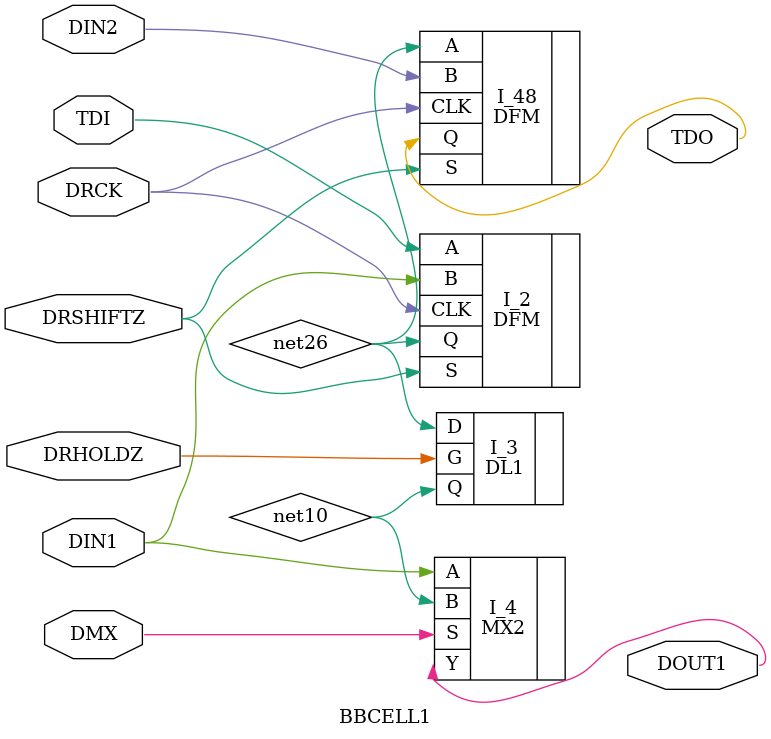
<source format=v>
`timescale 1 ns / 100 ps
module BBCELL1( DOUT1, TDO, DIN1, DIN2, DMX, DRCK, DRHOLDZ, DRSHIFTZ,
     TDI );

output  DOUT1, TDO;


input  DIN1, DIN2, DMX, DRCK, DRHOLDZ, DRSHIFTZ, TDI;





specify 
    specparam CDS_LIBNAME  = "3200DX";
    specparam CDS_CELLNAME = "BBCELL1";
    specparam CDS_VIEWNAME = "schematic";
endspecify

DL1  I_3( .Q(net10), .G(DRHOLDZ), .D(net26));
MX2  I_4( .S(DMX), .Y(DOUT1), .B(net10), .A(DIN1));
DFM  I_2( .Q(net26), .CLK(DRCK), .S(DRSHIFTZ), .B(DIN1), .A(TDI));
DFM  I_48( .Q(TDO), .CLK(DRCK), .S(DRSHIFTZ), .B(DIN2), .A(net26));

endmodule

</source>
